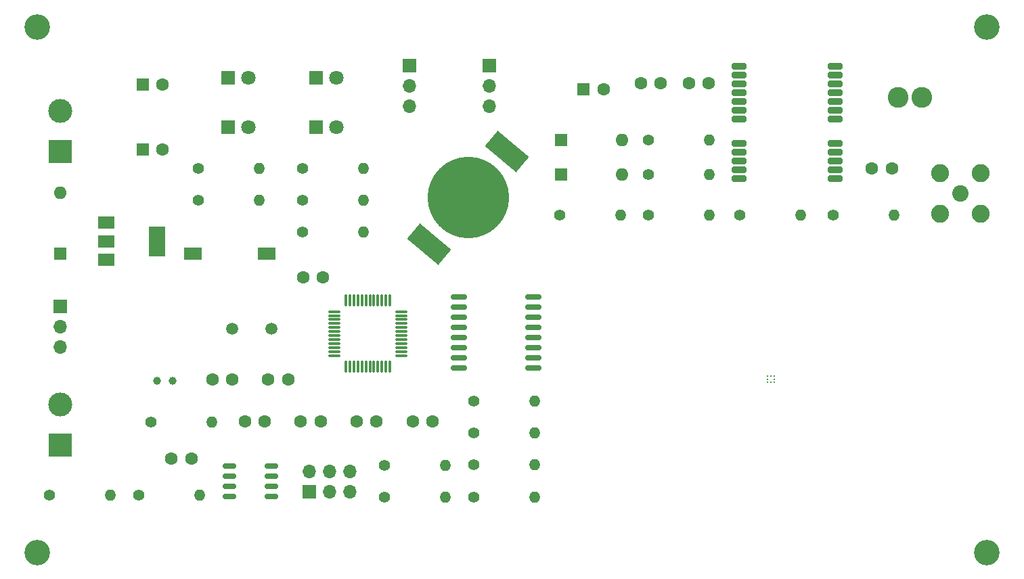
<source format=gbr>
%TF.GenerationSoftware,KiCad,Pcbnew,7.0.10*%
%TF.CreationDate,2024-04-24T14:51:44+08:00*%
%TF.ProjectId,pcb,7063622e-6b69-4636-9164-5f7063625858,rev?*%
%TF.SameCoordinates,Original*%
%TF.FileFunction,Soldermask,Top*%
%TF.FilePolarity,Negative*%
%FSLAX46Y46*%
G04 Gerber Fmt 4.6, Leading zero omitted, Abs format (unit mm)*
G04 Created by KiCad (PCBNEW 7.0.10) date 2024-04-24 14:51:44*
%MOMM*%
%LPD*%
G01*
G04 APERTURE LIST*
G04 Aperture macros list*
%AMRoundRect*
0 Rectangle with rounded corners*
0 $1 Rounding radius*
0 $2 $3 $4 $5 $6 $7 $8 $9 X,Y pos of 4 corners*
0 Add a 4 corners polygon primitive as box body*
4,1,4,$2,$3,$4,$5,$6,$7,$8,$9,$2,$3,0*
0 Add four circle primitives for the rounded corners*
1,1,$1+$1,$2,$3*
1,1,$1+$1,$4,$5*
1,1,$1+$1,$6,$7*
1,1,$1+$1,$8,$9*
0 Add four rect primitives between the rounded corners*
20,1,$1+$1,$2,$3,$4,$5,0*
20,1,$1+$1,$4,$5,$6,$7,0*
20,1,$1+$1,$6,$7,$8,$9,0*
20,1,$1+$1,$8,$9,$2,$3,0*%
%AMRotRect*
0 Rectangle, with rotation*
0 The origin of the aperture is its center*
0 $1 length*
0 $2 width*
0 $3 Rotation angle, in degrees counterclockwise*
0 Add horizontal line*
21,1,$1,$2,0,0,$3*%
G04 Aperture macros list end*
%ADD10C,1.400000*%
%ADD11O,1.400000X1.400000*%
%ADD12R,1.800000X1.800000*%
%ADD13C,1.800000*%
%ADD14C,1.600000*%
%ADD15R,1.700000X1.700000*%
%ADD16O,1.700000X1.700000*%
%ADD17C,3.200000*%
%ADD18RoundRect,0.200000X-0.700000X-0.200000X0.700000X-0.200000X0.700000X0.200000X-0.700000X0.200000X0*%
%ADD19C,1.500000*%
%ADD20R,2.180000X1.600000*%
%ADD21R,3.000000X3.000000*%
%ADD22C,3.000000*%
%ADD23R,2.000000X1.500000*%
%ADD24R,2.000000X3.800000*%
%ADD25C,0.240000*%
%ADD26R,1.600000X1.600000*%
%ADD27O,1.600000X1.600000*%
%ADD28C,2.050000*%
%ADD29C,2.250000*%
%ADD30RotRect,2.500000X5.100000X50.000000*%
%ADD31C,10.200000*%
%ADD32C,1.000000*%
%ADD33C,2.600000*%
%ADD34RoundRect,0.150000X-0.875000X-0.150000X0.875000X-0.150000X0.875000X0.150000X-0.875000X0.150000X0*%
%ADD35RoundRect,0.150000X-0.675000X-0.150000X0.675000X-0.150000X0.675000X0.150000X-0.675000X0.150000X0*%
%ADD36RoundRect,0.075000X-0.662500X-0.075000X0.662500X-0.075000X0.662500X0.075000X-0.662500X0.075000X0*%
%ADD37RoundRect,0.075000X-0.075000X-0.662500X0.075000X-0.662500X0.075000X0.662500X-0.075000X0.662500X0*%
G04 APERTURE END LIST*
D10*
%TO.C,R12*%
X69596000Y-107188000D03*
D11*
X77216000Y-107188000D03*
%TD*%
D12*
%TO.C,D4*%
X102985000Y-61150000D03*
D13*
X105525000Y-61150000D03*
%TD*%
D14*
%TO.C,C12*%
X143600000Y-55626000D03*
X146100000Y-55626000D03*
%TD*%
D15*
%TO.C,J4*%
X102108000Y-106800000D03*
D16*
X102108000Y-104260000D03*
X104648000Y-106800000D03*
X104648000Y-104260000D03*
X107188000Y-106800000D03*
X107188000Y-104260000D03*
%TD*%
D10*
%TO.C,R7*%
X101290000Y-66325000D03*
D11*
X108910000Y-66325000D03*
%TD*%
D17*
%TO.C,H1*%
X68100000Y-48600000D03*
%TD*%
D10*
%TO.C,R15*%
X122682000Y-99442000D03*
D11*
X130302000Y-99442000D03*
%TD*%
D10*
%TO.C,R16*%
X122682000Y-95442000D03*
D11*
X130302000Y-95442000D03*
%TD*%
D14*
%TO.C,C8*%
X101062000Y-98000000D03*
X103562000Y-98000000D03*
%TD*%
D10*
%TO.C,R9*%
X111506000Y-103500000D03*
D11*
X119126000Y-103500000D03*
%TD*%
D12*
%TO.C,D1*%
X103000000Y-55000000D03*
D13*
X105540000Y-55000000D03*
%TD*%
D10*
%TO.C,R17*%
X144526000Y-72136000D03*
D11*
X152146000Y-72136000D03*
%TD*%
D18*
%TO.C,U6*%
X155894000Y-53588000D03*
X155894000Y-54688000D03*
X155894000Y-55788000D03*
X155894000Y-56888000D03*
X155894000Y-57988000D03*
X155894000Y-59088000D03*
X155894000Y-60188000D03*
X155894000Y-63188000D03*
X155894000Y-64288000D03*
X155894000Y-65388000D03*
X155894000Y-66488000D03*
X155894000Y-67588000D03*
X167894000Y-67588000D03*
X167894000Y-66488000D03*
X167894000Y-65388000D03*
X167894000Y-64288000D03*
X167894000Y-63188000D03*
X167894000Y-60188000D03*
X167894000Y-59088000D03*
X167894000Y-57988000D03*
X167894000Y-56888000D03*
X167894000Y-55788000D03*
X167894000Y-54688000D03*
X167894000Y-53588000D03*
%TD*%
D19*
%TO.C,Y1*%
X92500000Y-86360000D03*
X97400000Y-86360000D03*
%TD*%
D10*
%TO.C,R5*%
X88290000Y-66325000D03*
D11*
X95910000Y-66325000D03*
%TD*%
D20*
%TO.C,SW1*%
X87610000Y-77025000D03*
X96790000Y-77025000D03*
%TD*%
D14*
%TO.C,C6*%
X97000000Y-92710000D03*
X99500000Y-92710000D03*
%TD*%
D10*
%TO.C,R20*%
X144526000Y-62738000D03*
D11*
X152146000Y-62738000D03*
%TD*%
D12*
%TO.C,D2*%
X92000000Y-55000000D03*
D13*
X94540000Y-55000000D03*
%TD*%
D10*
%TO.C,R19*%
X167640000Y-72136000D03*
D11*
X175260000Y-72136000D03*
%TD*%
D10*
%TO.C,R8*%
X111506000Y-107500000D03*
D11*
X119126000Y-107500000D03*
%TD*%
D12*
%TO.C,D3*%
X91985000Y-61150000D03*
D13*
X94525000Y-61150000D03*
%TD*%
D17*
%TO.C,H4*%
X68100000Y-114400000D03*
%TD*%
D21*
%TO.C,J5*%
X70950000Y-101000000D03*
D22*
X70950000Y-95920000D03*
%TD*%
D23*
%TO.C,U1*%
X76758000Y-73138000D03*
X76758000Y-75438000D03*
D24*
X83058000Y-75438000D03*
D23*
X76758000Y-77738000D03*
%TD*%
D25*
%TO.C,U2*%
X160274000Y-92310000D03*
X160284000Y-92710000D03*
X160274000Y-93110000D03*
X159874000Y-92310000D03*
X159874000Y-93110000D03*
X159474000Y-92310000D03*
X159474000Y-92710000D03*
X159474000Y-93110000D03*
%TD*%
D26*
%TO.C,C1*%
X81300000Y-55800000D03*
D14*
X83800000Y-55800000D03*
%TD*%
D26*
%TO.C,D6*%
X133604000Y-62738000D03*
D27*
X141224000Y-62738000D03*
%TD*%
D10*
%TO.C,R10*%
X101335000Y-74325000D03*
D11*
X108955000Y-74325000D03*
%TD*%
D10*
%TO.C,R14*%
X144526000Y-67056000D03*
D11*
X152146000Y-67056000D03*
%TD*%
D26*
%TO.C,D7*%
X133604000Y-67056000D03*
D27*
X141224000Y-67056000D03*
%TD*%
D14*
%TO.C,C11*%
X115062000Y-98000000D03*
X117562000Y-98000000D03*
%TD*%
D26*
%TO.C,C10*%
X136462888Y-56388000D03*
D14*
X138962888Y-56388000D03*
%TD*%
D17*
%TO.C,H2*%
X186900000Y-48600000D03*
%TD*%
D10*
%TO.C,R13*%
X82296000Y-98044000D03*
D11*
X89916000Y-98044000D03*
%TD*%
D15*
%TO.C,J2*%
X70950000Y-83581000D03*
D16*
X70950000Y-86121000D03*
X70950000Y-88661000D03*
%TD*%
D14*
%TO.C,C5*%
X101350000Y-80000000D03*
X103850000Y-80000000D03*
%TD*%
D21*
%TO.C,J1*%
X70950000Y-64225000D03*
D22*
X70950000Y-59145000D03*
%TD*%
D14*
%TO.C,C9*%
X94062000Y-98000000D03*
X96562000Y-98000000D03*
%TD*%
D10*
%TO.C,R18*%
X155956000Y-72136000D03*
D11*
X163576000Y-72136000D03*
%TD*%
D10*
%TO.C,R2*%
X122682000Y-107442000D03*
D11*
X130302000Y-107442000D03*
%TD*%
D10*
%TO.C,R1*%
X133490000Y-72190000D03*
D11*
X141110000Y-72190000D03*
%TD*%
D15*
%TO.C,J6*%
X124700000Y-53500000D03*
D16*
X124700000Y-56040000D03*
X124700000Y-58580000D03*
%TD*%
D28*
%TO.C,J7*%
X183580000Y-69460000D03*
D29*
X181040000Y-66920000D03*
X181040000Y-72000000D03*
X186120000Y-66920000D03*
X186120000Y-72000000D03*
%TD*%
D17*
%TO.C,H3*%
X186900000Y-114400000D03*
%TD*%
D14*
%TO.C,C13*%
X149626000Y-55626000D03*
X152126000Y-55626000D03*
%TD*%
%TO.C,C7*%
X90000000Y-92710000D03*
X92500000Y-92710000D03*
%TD*%
D10*
%TO.C,R6*%
X88290000Y-70325000D03*
D11*
X95910000Y-70325000D03*
%TD*%
D14*
%TO.C,C14*%
X172506000Y-66294000D03*
X175006000Y-66294000D03*
%TD*%
D15*
%TO.C,J3*%
X114700000Y-53500000D03*
D16*
X114700000Y-56040000D03*
X114700000Y-58580000D03*
%TD*%
D30*
%TO.C,BT1*%
X117114814Y-75821938D03*
X126885186Y-64178062D03*
D31*
X122000000Y-70000000D03*
%TD*%
D10*
%TO.C,R4*%
X101290000Y-70325000D03*
D11*
X108910000Y-70325000D03*
%TD*%
D14*
%TO.C,C3*%
X108062000Y-98000000D03*
X110562000Y-98000000D03*
%TD*%
D10*
%TO.C,R11*%
X80772000Y-107188000D03*
D11*
X88392000Y-107188000D03*
%TD*%
D32*
%TO.C,Y2*%
X85024000Y-92900000D03*
X83124000Y-92900000D03*
%TD*%
D26*
%TO.C,C2*%
X81300000Y-64000000D03*
D14*
X83800000Y-64000000D03*
%TD*%
D33*
%TO.C,L1*%
X175792000Y-57404000D03*
X178792000Y-57404000D03*
%TD*%
D14*
%TO.C,C4*%
X84876000Y-102616000D03*
X87376000Y-102616000D03*
%TD*%
D34*
%TO.C,U5*%
X120826000Y-82423000D03*
X120826000Y-83693000D03*
X120826000Y-84963000D03*
X120826000Y-86233000D03*
X120826000Y-87503000D03*
X120826000Y-88773000D03*
X120826000Y-90043000D03*
X120826000Y-91313000D03*
X130126000Y-91313000D03*
X130126000Y-90043000D03*
X130126000Y-88773000D03*
X130126000Y-87503000D03*
X130126000Y-86233000D03*
X130126000Y-84963000D03*
X130126000Y-83693000D03*
X130126000Y-82423000D03*
%TD*%
D26*
%TO.C,D5*%
X70950000Y-77000000D03*
D27*
X70950000Y-69380000D03*
%TD*%
D35*
%TO.C,U3*%
X92117000Y-103595000D03*
X92117000Y-104865000D03*
X92117000Y-106135000D03*
X92117000Y-107405000D03*
X97367000Y-107405000D03*
X97367000Y-106135000D03*
X97367000Y-104865000D03*
X97367000Y-103595000D03*
%TD*%
D36*
%TO.C,U4*%
X105311500Y-84250000D03*
X105311500Y-84750000D03*
X105311500Y-85250000D03*
X105311500Y-85750000D03*
X105311500Y-86250000D03*
X105311500Y-86750000D03*
X105311500Y-87250000D03*
X105311500Y-87750000D03*
X105311500Y-88250000D03*
X105311500Y-88750000D03*
X105311500Y-89250000D03*
X105311500Y-89750000D03*
D37*
X106724000Y-91162500D03*
X107224000Y-91162500D03*
X107724000Y-91162500D03*
X108224000Y-91162500D03*
X108724000Y-91162500D03*
X109224000Y-91162500D03*
X109724000Y-91162500D03*
X110224000Y-91162500D03*
X110724000Y-91162500D03*
X111224000Y-91162500D03*
X111724000Y-91162500D03*
X112224000Y-91162500D03*
D36*
X113636500Y-89750000D03*
X113636500Y-89250000D03*
X113636500Y-88750000D03*
X113636500Y-88250000D03*
X113636500Y-87750000D03*
X113636500Y-87250000D03*
X113636500Y-86750000D03*
X113636500Y-86250000D03*
X113636500Y-85750000D03*
X113636500Y-85250000D03*
X113636500Y-84750000D03*
X113636500Y-84250000D03*
D37*
X112224000Y-82837500D03*
X111724000Y-82837500D03*
X111224000Y-82837500D03*
X110724000Y-82837500D03*
X110224000Y-82837500D03*
X109724000Y-82837500D03*
X109224000Y-82837500D03*
X108724000Y-82837500D03*
X108224000Y-82837500D03*
X107724000Y-82837500D03*
X107224000Y-82837500D03*
X106724000Y-82837500D03*
%TD*%
D10*
%TO.C,R3*%
X122682000Y-103442000D03*
D11*
X130302000Y-103442000D03*
%TD*%
M02*

</source>
